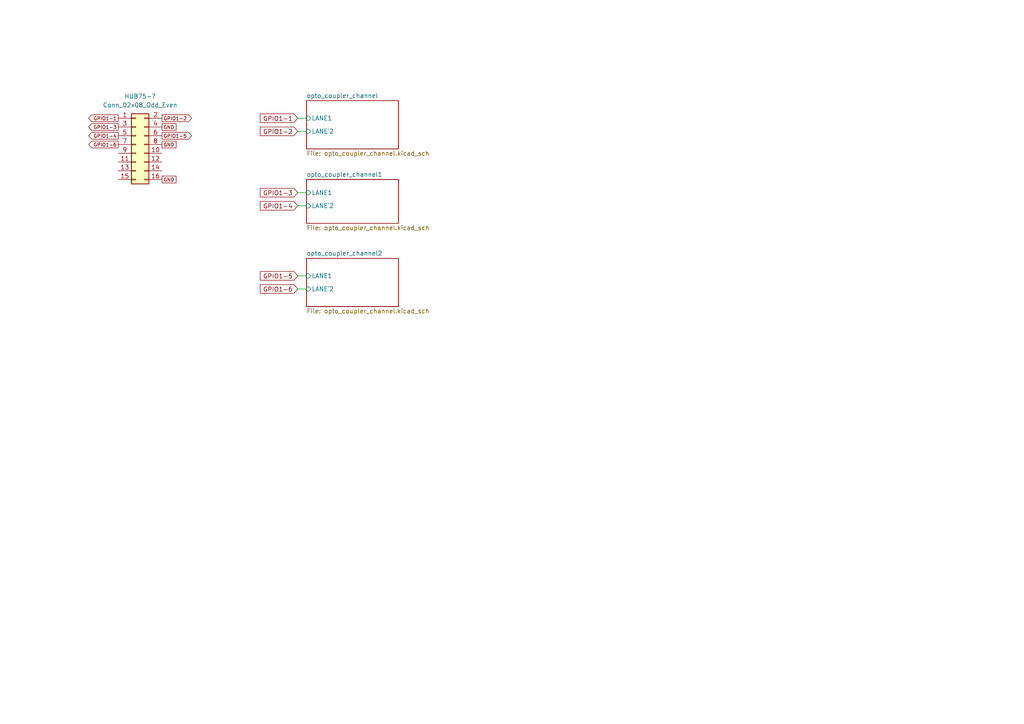
<source format=kicad_sch>
(kicad_sch (version 20211123) (generator eeschema)
  (paper "A4")
  (lib_symbols
    (symbol "Connector_Generic:Conn_02x08_Odd_Even" (pin_names (offset 1.016) hide)
      (property "Reference" "J" (at 1.27 10.16 0))
      (property "Value" "Conn_02x08_Odd_Even" (at 1.27 -12.7 0))
      (symbol "Conn_02x08_Odd_Even_1_1"
        (rectangle (start -1.27 -10.033) (end 0 -10.287) (stroke (width 0.1524)))
        (rectangle (start -1.27 -7.493) (end 0 -7.747) (stroke (width 0.1524)))
        (rectangle (start -1.27 -4.953) (end 0 -5.207) (stroke (width 0.1524)))
        (rectangle (start -1.27 -2.413) (end 0 -2.667) (stroke (width 0.1524)))
        (rectangle (start -1.27 0.127) (end 0 -0.127) (stroke (width 0.1524)))
        (rectangle (start -1.27 2.667) (end 0 2.413) (stroke (width 0.1524)))
        (rectangle (start -1.27 5.207) (end 0 4.953) (stroke (width 0.1524)))
        (rectangle (start -1.27 7.747) (end 0 7.493) (stroke (width 0.1524)))
        (rectangle (start -1.27 8.89) (end 3.81 -11.43) (stroke (width 0.254)) (fill (type background)))
        (rectangle (start 3.81 -10.033) (end 2.54 -10.287) (stroke (width 0.1524)))
        (rectangle (start 3.81 -7.493) (end 2.54 -7.747) (stroke (width 0.1524)))
        (rectangle (start 3.81 -4.953) (end 2.54 -5.207) (stroke (width 0.1524)))
        (rectangle (start 3.81 -2.413) (end 2.54 -2.667) (stroke (width 0.1524)))
        (rectangle (start 3.81 0.127) (end 2.54 -0.127) (stroke (width 0.1524)))
        (rectangle (start 3.81 2.667) (end 2.54 2.413) (stroke (width 0.1524)))
        (rectangle (start 3.81 5.207) (end 2.54 4.953) (stroke (width 0.1524)))
        (rectangle (start 3.81 7.747) (end 2.54 7.493) (stroke (width 0.1524)))
        (pin passive line (at -5.08 7.62 0) (length 3.81) (name "Pin_1") (number "1"))
        (pin passive line (at 7.62 -2.54 180) (length 3.81) (name "Pin_10") (number "10"))
        (pin passive line (at -5.08 -5.08 0) (length 3.81) (name "Pin_11") (number "11"))
        (pin passive line (at 7.62 -5.08 180) (length 3.81) (name "Pin_12") (number "12"))
        (pin passive line (at -5.08 -7.62 0) (length 3.81) (name "Pin_13") (number "13"))
        (pin passive line (at 7.62 -7.62 180) (length 3.81) (name "Pin_14") (number "14"))
        (pin passive line (at -5.08 -10.16 0) (length 3.81) (name "Pin_15") (number "15"))
        (pin passive line (at 7.62 -10.16 180) (length 3.81) (name "Pin_16") (number "16"))
        (pin passive line (at 7.62 7.62 180) (length 3.81) (name "Pin_2") (number "2"))
        (pin passive line (at -5.08 5.08 0) (length 3.81) (name "Pin_3") (number "3"))
        (pin passive line (at 7.62 5.08 180) (length 3.81) (name "Pin_4") (number "4"))
        (pin passive line (at -5.08 2.54 0) (length 3.81) (name "Pin_5") (number "5"))
        (pin passive line (at 7.62 2.54 180) (length 3.81) (name "Pin_6") (number "6"))
        (pin passive line (at -5.08 0 0) (length 3.81) (name "Pin_7") (number "7"))
        (pin passive line (at 7.62 0 180) (length 3.81) (name "Pin_8") (number "8"))
        (pin passive line (at -5.08 -2.54 0) (length 3.81) (name "Pin_9") (number "9"))
      )
    )
  )
  (wire (pts (xy 86.36 34.29) (xy 88.9 34.29)))
  (wire (pts (xy 86.36 55.88) (xy 88.9 55.88)))
  (wire (pts (xy 86.36 38.1) (xy 88.9 38.1)))
  (wire (pts (xy 86.36 83.82) (xy 88.9 83.82)))
  (wire (pts (xy 86.36 59.69) (xy 88.9 59.69)))
  (wire (pts (xy 86.36 80.01) (xy 88.9 80.01)))
  (global_label "GPIO1-3" (shape output) (at 34.29 36.83 180) (effects (font (size 1 1))) (property "Intersheet References" "${INTERSHEET_REFS}" (effects hide)))
  (global_label "GPIO1-5" (shape input) (at 86.36 80.01 180) (property "Intersheet References" "${INTERSHEET_REFS}" (effects hide)))
  (global_label "GPIO1-6" (shape output) (at 34.29 41.91 180) (effects (font (size 1 1))) (property "Intersheet References" "${INTERSHEET_REFS}" (effects hide)))
  (global_label "GND" (shape passive) (at 46.99 52.07 0) (effects (font (size 1 1))) (property "Intersheet References" "${INTERSHEET_REFS}" (effects hide)))
  (global_label "GPIO1-4" (shape input) (at 86.36 59.69 180) (property "Intersheet References" "${INTERSHEET_REFS}" (effects hide)))
  (global_label "GND" (shape passive) (at 46.99 36.83 0) (effects (font (size 1 1))) (property "Intersheet References" "${INTERSHEET_REFS}" (effects hide)))
  (global_label "GPIO1-2" (shape input) (at 86.36 38.1 180) (property "Intersheet References" "${INTERSHEET_REFS}" (effects hide)))
  (global_label "GPIO1-3" (shape input) (at 86.36 55.88 180) (property "Intersheet References" "${INTERSHEET_REFS}" (effects hide)))
  (global_label "GPIO1-6" (shape input) (at 86.36 83.82 180) (property "Intersheet References" "${INTERSHEET_REFS}" (effects hide)))
  (global_label "GPIO1-1" (shape output) (at 34.29 34.29 180) (effects (font (size 1 1))) (property "Intersheet References" "${INTERSHEET_REFS}" (effects hide)))
  (global_label "GPIO1-5" (shape output) (at 46.99 39.37 0) (effects (font (size 1 1))) (property "Intersheet References" "${INTERSHEET_REFS}" (effects hide)))
  (global_label "GPIO1-4" (shape output) (at 34.29 39.37 180) (effects (font (size 1 1))) (property "Intersheet References" "${INTERSHEET_REFS}" (effects hide)))
  (global_label "GND" (shape passive) (at 46.99 41.91 0) (effects (font (size 1 1))) (property "Intersheet References" "${INTERSHEET_REFS}" (effects hide)))
  (global_label "GPIO1-2" (shape output) (at 46.99 34.29 0) (effects (font (size 1 1))) (property "Intersheet References" "${INTERSHEET_REFS}" (effects hide)))
  (global_label "GPIO1-1" (shape input) (at 86.36 34.29 180) (property "Intersheet References" "${INTERSHEET_REFS}" (effects hide)))
  (symbol (lib_id "Connector_Generic:Conn_02x08_Odd_Even") (at 39.37 41.91 0) (unit 1)
    (property "Reference" "HUB75-?" (at 40.64 27.94 0))
    (property "Value" "Conn_02x08_Odd_Even" (at 40.64 30.48 0))
    (property "Footprint" "Connector_PinHeader_2.54mm:PinHeader_2x08_P2.54mm_Vertical" (effects hide))
  )
  (sheet (at 88.9 52.07) (size 26.67 12.7) (stroke (width 0.1524))
    (property "Sheet name" "opto_coupler_channel1" (at 88.9 51.3584 0) (effects (justify left bottom)))
    (property "Sheet file" "opto_coupler_channel.kicad_sch" (at 88.9 65.3546 0) (effects (justify left top)))
    (pin "LANE`2" input (at 88.9 59.69 180))
    (pin "LANE1" input (at 88.9 55.88 180))
  )
  (sheet (at 88.9 29.21) (size 26.67 13.97) (stroke (width 0.1524))
    (property "Sheet name" "opto_coupler_channel" (at 88.9 28.4984 0) (effects (justify left bottom)))
    (property "Sheet file" "opto_coupler_channel.kicad_sch" (at 88.9 43.7646 0) (effects (justify left top)))
    (pin "LANE`2" input (at 88.9 38.1 180))
    (pin "LANE1" input (at 88.9 34.29 180))
  )
  (sheet (at 88.9 74.93) (size 26.67 13.97) (stroke (width 0.1524))
    (property "Sheet name" "opto_coupler_channel2" (at 88.9 74.2184 0) (effects (justify left bottom)))
    (property "Sheet file" "opto_coupler_channel.kicad_sch" (at 88.9 89.4846 0) (effects (justify left top)))
    (pin "LANE`2" input (at 88.9 83.82 180))
    (pin "LANE1" input (at 88.9 80.01 180))
  )
)
</source>
